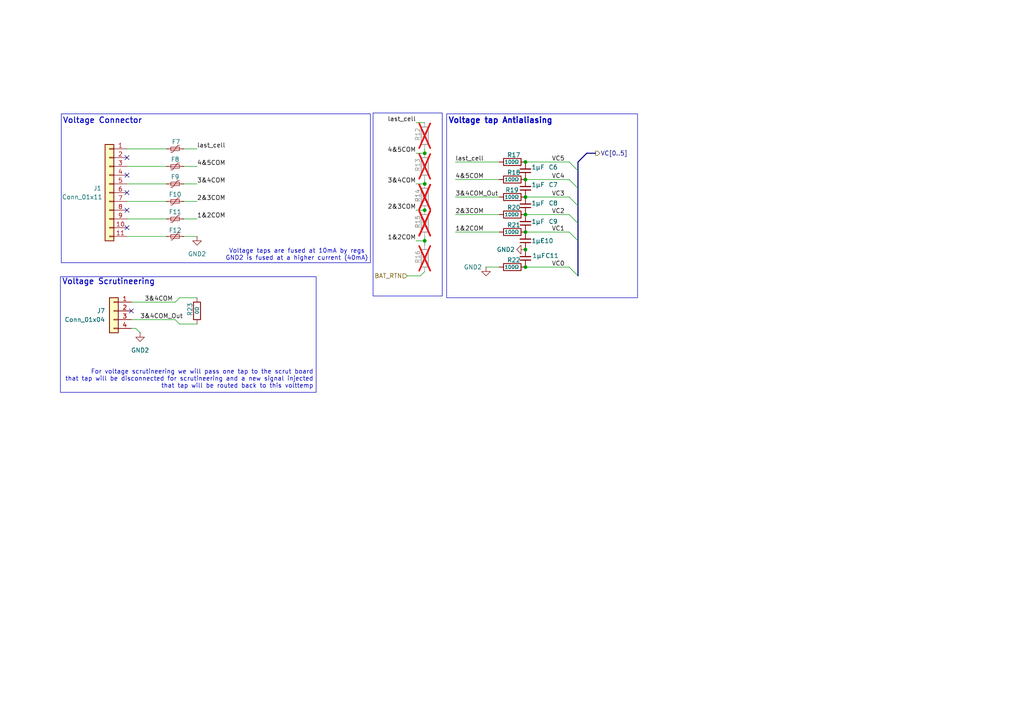
<source format=kicad_sch>
(kicad_sch (version 20250114) (generator "eeschema") (generator_version "9.0")
  (paper "A4")
  (lib_symbols
    (symbol "Connector_Generic:Conn_01x04" (pin_names (offset 1.016) (hide yes))
      (property "Reference" "J" (at 0 5.08 0))
      (property "Value" "Conn_01x04" (at 0 -7.62 0))
      (symbol "Conn_01x04_1_1"
        (rectangle (start -1.27 3.81) (end 1.27 -6.35) (stroke (width 0.254)) (fill (type background)))
        (rectangle (start -1.27 2.667) (end 0 2.413) (stroke (width 0.1524)))
        (rectangle (start -1.27 0.127) (end 0 -0.127) (stroke (width 0.1524)))
        (rectangle (start -1.27 -2.413) (end 0 -2.667) (stroke (width 0.1524)))
        (rectangle (start -1.27 -4.953) (end 0 -5.207) (stroke (width 0.1524)))
        (pin passive line (at -5.08 2.54 0) (length 3.81) (name "Pin_1") (number "1"))
        (pin passive line (at -5.08 0 0) (length 3.81) (name "Pin_2") (number "2"))
        (pin passive line (at -5.08 -2.54 0) (length 3.81) (name "Pin_3") (number "3"))
        (pin passive line (at -5.08 -5.08 0) (length 3.81) (name "Pin_4") (number "4"))
      )
    )
    (symbol "Connector_Generic:Conn_01x11" (pin_names (offset 1.016) (hide yes))
      (property "Reference" "J" (at 0 15.24 0))
      (property "Value" "Conn_01x11" (at 0 -15.24 0))
      (symbol "Conn_01x11_1_1"
        (rectangle (start -1.27 13.97) (end 1.27 -13.97) (stroke (width 0.254)) (fill (type background)))
        (rectangle (start -1.27 12.827) (end 0 12.573) (stroke (width 0.1524)))
        (rectangle (start -1.27 10.287) (end 0 10.033) (stroke (width 0.1524)))
        (rectangle (start -1.27 7.747) (end 0 7.493) (stroke (width 0.1524)))
        (rectangle (start -1.27 5.207) (end 0 4.953) (stroke (width 0.1524)))
        (rectangle (start -1.27 2.667) (end 0 2.413) (stroke (width 0.1524)))
        (rectangle (start -1.27 0.127) (end 0 -0.127) (stroke (width 0.1524)))
        (rectangle (start -1.27 -2.413) (end 0 -2.667) (stroke (width 0.1524)))
        (rectangle (start -1.27 -4.953) (end 0 -5.207) (stroke (width 0.1524)))
        (rectangle (start -1.27 -7.493) (end 0 -7.747) (stroke (width 0.1524)))
        (rectangle (start -1.27 -10.033) (end 0 -10.287) (stroke (width 0.1524)))
        (rectangle (start -1.27 -12.573) (end 0 -12.827) (stroke (width 0.1524)))
        (pin passive line (at -5.08 12.7 0) (length 3.81) (name "Pin_1") (number "1"))
        (pin passive line (at -5.08 10.16 0) (length 3.81) (name "Pin_2") (number "2"))
        (pin passive line (at -5.08 7.62 0) (length 3.81) (name "Pin_3") (number "3"))
        (pin passive line (at -5.08 5.08 0) (length 3.81) (name "Pin_4") (number "4"))
        (pin passive line (at -5.08 2.54 0) (length 3.81) (name "Pin_5") (number "5"))
        (pin passive line (at -5.08 0 0) (length 3.81) (name "Pin_6") (number "6"))
        (pin passive line (at -5.08 -2.54 0) (length 3.81) (name "Pin_7") (number "7"))
        (pin passive line (at -5.08 -5.08 0) (length 3.81) (name "Pin_8") (number "8"))
        (pin passive line (at -5.08 -7.62 0) (length 3.81) (name "Pin_9") (number "9"))
        (pin passive line (at -5.08 -10.16 0) (length 3.81) (name "Pin_10") (number "10"))
        (pin passive line (at -5.08 -12.7 0) (length 3.81) (name "Pin_11") (number "11"))
      )
    )
    (symbol "Device:C_Small" (pin_numbers (hide yes)) (pin_names (offset 0.254) (hide yes))
      (property "Reference" "C" (at 0.254 1.778 0))
      (property "Value" "C_Small" (at 0.254 -2.032 0))
      (symbol "C_Small_0_1"
        (polyline (pts (xy -1.524 0.508) (xy 1.524 0.508)) (stroke (width 0.3048)))
        (polyline (pts (xy -1.524 -0.508) (xy 1.524 -0.508)) (stroke (width 0.3302)))
      )
      (symbol "C_Small_1_1"
        (pin passive line (at 0 2.54 270) (length 2.032) (name "~") (number "1"))
        (pin passive line (at 0 -2.54 90) (length 2.032) (name "~") (number "2"))
      )
    )
    (symbol "Device:Polyfuse_Small" (pin_numbers (hide yes)) (pin_names (offset 0))
      (property "Reference" "F" (at -1.905 0 90))
      (property "Value" "Polyfuse_Small" (at 1.905 0 90))
      (symbol "Polyfuse_Small_0_1"
        (polyline (pts (xy -1.016 1.27) (xy -1.016 0.762) (xy 1.016 -0.762) (xy 1.016 -1.27)))
        (rectangle (start -0.508 1.27) (end 0.508 -1.27))
        (polyline (pts (xy 0 2.54) (xy 0 -2.54)))
      )
      (symbol "Polyfuse_Small_1_1"
        (pin passive line (at 0 2.54 270) (length 0.635) (name "~") (number "1"))
        (pin passive line (at 0 -2.54 90) (length 0.635) (name "~") (number "2"))
      )
    )
    (symbol "Device:R" (pin_numbers (hide yes)) (pin_names (offset 0))
      (property "Reference" "R" (at 2.032 0 90))
      (property "Value" "R" (at 0 0 90))
      (symbol "R_0_1"
        (rectangle (start -1.016 -2.54) (end 1.016 2.54) (stroke (width 0.254)))
      )
      (symbol "R_1_1"
        (pin passive line (at 0 3.81 270) (length 1.27) (name "~") (number "1"))
        (pin passive line (at 0 -3.81 90) (length 1.27) (name "~") (number "2"))
      )
    )
    (symbol "power:GND2" (power) (pin_numbers (hide yes)) (pin_names (offset 0) (hide yes))
      (property "Value" "GND2" (at 0 -3.81 0))
      (symbol "GND2_0_1"
        (polyline (pts (xy 0 0) (xy 0 -1.27) (xy 1.27 -1.27) (xy 0 -2.54) (xy -1.27 -1.27) (xy 0 -1.27)))
      )
      (symbol "GND2_1_1"
        (pin power_in line (at 0 0 270) (length 0) (name "~") (number "1"))
      )
    )
  )
  (rectangle (start 17.526 80.264) (end 91.694 113.792))
  (rectangle (start 17.78 33.02) (end 107.442 76.2))
  (rectangle (start 108.204 32.766) (end 128.27 85.852))
  (rectangle (start 129.54 33.02) (end 184.912 86.36))
  (text "Voltage Connector" (at 29.718 35.052 0) (effects (font (size 1.651 1.651) (thickness 0.254) (bold yes))))
  (text "Voltage tap Antialiasing " (at 145.796 35.052 0) (effects (font (size 1.651 1.651) (thickness 0.3302) (bold yes))))
  (text "For voltage scrutineering we will pass one tap to the scrut board\nthat tap will be disconnected for scrutineering and a new signal injected\nthat tap will be routed back to this volttemp" (at 90.932 109.982 0) (effects (font (size 1.27 1.27)) (justify right)))
  (text "Voltage taps are fused at 10mA by regs\nGND2 is fused at a higher current (40mA)" (at 86.106 73.914 0) (effects (font (size 1.27 1.27))))
  (text "Voltage Scrutineering" (at 31.496 81.788 0) (effects (font (size 1.651 1.651) (thickness 0.254) (bold yes))))
  (junction (at 152.4 72.39))
  (junction (at 152.4 62.23))
  (junction (at 123.19 44.45))
  (junction (at 152.4 52.07))
  (junction (at 123.19 69.85))
  (junction (at 152.4 77.47))
  (junction (at 123.19 60.96))
  (junction (at 123.19 53.34))
  (junction (at 152.4 67.31))
  (junction (at 152.4 57.15))
  (junction (at 152.4 46.99))
  (no_connect (at 36.83 55.88))
  (no_connect (at 38.1 90.17))
  (no_connect (at 36.83 50.8))
  (no_connect (at 36.83 66.04))
  (no_connect (at 36.83 60.96))
  (no_connect (at 36.83 45.72))
  (bus_entry (at 165.1 57.15) (size 2.54 2.54))
  (bus_entry (at 165.1 52.07) (size 2.54 2.54))
  (bus_entry (at 165.1 77.47) (size 2.54 2.54))
  (bus_entry (at 165.1 46.99) (size 2.54 2.54))
  (bus_entry (at 165.1 67.31) (size 2.54 2.54))
  (bus_entry (at 165.1 62.23) (size 2.54 2.54))
  (wire (pts (xy 152.4 62.23) (xy 165.1 62.23)))
  (wire (pts (xy 120.65 35.56) (xy 123.19 35.56)))
  (bus (pts (xy 167.64 80.01) (xy 167.64 69.85)))
  (wire (pts (xy 132.08 67.31) (xy 144.78 67.31)))
  (wire (pts (xy 120.65 69.85) (xy 123.19 69.85)))
  (wire (pts (xy 120.65 53.34) (xy 123.19 53.34)))
  (wire (pts (xy 38.1 92.71) (xy 50.8 92.71)))
  (wire (pts (xy 57.15 53.34) (xy 53.34 53.34)))
  (wire (pts (xy 57.15 86.36) (xy 52.07 86.36)))
  (wire (pts (xy 57.15 48.26) (xy 53.34 48.26)))
  (wire (pts (xy 36.83 43.18) (xy 48.26 43.18)))
  (bus (pts (xy 167.64 59.69) (xy 167.64 54.61)))
  (wire (pts (xy 52.07 86.36) (xy 50.8 87.63)))
  (wire (pts (xy 57.15 58.42) (xy 53.34 58.42)))
  (wire (pts (xy 36.83 53.34) (xy 48.26 53.34)))
  (wire (pts (xy 118.11 80.01) (xy 121.92 80.01)))
  (wire (pts (xy 123.19 52.07) (xy 123.19 53.34)))
  (wire (pts (xy 152.4 57.15) (xy 165.1 57.15)))
  (bus (pts (xy 167.64 54.61) (xy 167.64 49.53)))
  (wire (pts (xy 140.97 77.47) (xy 144.78 77.47)))
  (bus (pts (xy 167.64 69.85) (xy 167.64 64.77)))
  (wire (pts (xy 123.19 78.74) (xy 121.92 80.01)))
  (wire (pts (xy 57.15 68.58) (xy 53.34 68.58)))
  (wire (pts (xy 38.1 87.63) (xy 50.8 87.63)))
  (wire (pts (xy 132.08 46.99) (xy 144.78 46.99)))
  (wire (pts (xy 57.15 63.5) (xy 53.34 63.5)))
  (wire (pts (xy 52.07 93.98) (xy 50.8 92.71)))
  (wire (pts (xy 123.19 71.12) (xy 123.19 69.85)))
  (wire (pts (xy 152.4 46.99) (xy 165.1 46.99)))
  (wire (pts (xy 38.1 95.25) (xy 39.37 95.25)))
  (wire (pts (xy 152.4 52.07) (xy 165.1 52.07)))
  (wire (pts (xy 57.15 93.98) (xy 52.07 93.98)))
  (wire (pts (xy 152.4 67.31) (xy 165.1 67.31)))
  (wire (pts (xy 36.83 58.42) (xy 48.26 58.42)))
  (wire (pts (xy 36.83 63.5) (xy 48.26 63.5)))
  (wire (pts (xy 123.19 69.85) (xy 123.19 68.58)))
  (wire (pts (xy 132.08 52.07) (xy 144.78 52.07)))
  (bus (pts (xy 170.18 44.45) (xy 172.72 44.45)))
  (wire (pts (xy 57.15 43.18) (xy 53.34 43.18)))
  (wire (pts (xy 120.65 60.96) (xy 123.19 60.96)))
  (wire (pts (xy 123.19 43.18) (xy 123.19 44.45)))
  (bus (pts (xy 167.64 49.53) (xy 167.64 46.99)))
  (bus (pts (xy 167.64 64.77) (xy 167.64 59.69)))
  (wire (pts (xy 152.4 77.47) (xy 165.1 77.47)))
  (wire (pts (xy 132.08 57.15) (xy 144.78 57.15)))
  (wire (pts (xy 40.64 96.52) (xy 39.37 95.25)))
  (bus (pts (xy 167.64 46.99) (xy 170.18 44.45)))
  (wire (pts (xy 36.83 68.58) (xy 48.26 68.58)))
  (wire (pts (xy 36.83 48.26) (xy 48.26 48.26)))
  (wire (pts (xy 120.65 44.45) (xy 123.19 44.45)))
  (wire (pts (xy 132.08 62.23) (xy 144.78 62.23)))
  (label "1&2COM" (at 120.65 69.85 180))
  (label "VC2" (at 160.02 62.23 0))
  (label "4&5COM" (at 120.65 44.45 180))
  (label "last_cell" (at 57.15 43.18 0))
  (label "last_cell" (at 120.65 35.56 180))
  (label "1&2COM" (at 132.08 67.31 0))
  (label "2&3COM" (at 120.65 60.96 180))
  (label "VC0" (at 160.02 77.47 0))
  (label "last_cell" (at 132.08 46.99 0))
  (label "VC5" (at 160.02 46.99 0))
  (label "3&4COM_Out" (at 132.08 57.15 0))
  (label "3&4COM_Out" (at 40.64 92.71 0))
  (label "VC1" (at 160.02 67.31 0))
  (label "3&4COM" (at 120.65 53.34 180))
  (label "VC3" (at 160.02 57.15 0))
  (label "2&3COM" (at 57.15 58.42 0))
  (label "1&2COM" (at 57.15 63.5 0))
  (label "3&4COM" (at 41.91 87.63 0))
  (label "2&3COM" (at 132.08 62.23 0))
  (label "3&4COM" (at 57.15 53.34 0))
  (label "4&5COM" (at 132.08 52.07 0))
  (label "VC4" (at 160.02 52.07 0))
  (label "4&5COM" (at 57.15 48.26 0))
  (hierarchical_label "BAT_RTN" (shape input) (at 118.11 80.01 180))
  (hierarchical_label "VC[0..5]" (shape output) (at 172.72 44.45 0))
  (symbol (lib_id "power:GND2") (at 140.97 77.47 0) (unit 1)
    (property "Reference" "#PWR027" (effects (hide yes)))
    (property "Value" "GND2" (at 137.16 77.47 0))
    (property "Description" "Power symbol creates a global label with name \"GND2\" , ground" (effects (hide yes)))
  )
  (symbol (lib_id "Device:R") (at 123.19 39.37 0) (unit 1) (dnp yes)
    (property "Reference" "R12" (at 121.158 40.894 90) (effects (justify left)))
    (property "Value" "0Ω" (at 123.19 40.386 90) (effects (font (size 1.016 1.016)) (justify left)))
    (property "Footprint" "Resistor_SMD:R_0805_2012Metric" (effects (hide yes)))
    (property "Datasheet" "https://www.mouser.com/ProductDetail/71-CRCW08050000Z0ECC" (effects (hide yes)))
    (property "Description" "Resistor" (effects (hide yes)))
    (property "P/N" "SMD_0805" (effects (hide yes)))
  )
  (symbol (lib_id "Device:C_Small") (at 152.4 74.93 180) (unit 1)
    (property "Reference" "C11" (at 162.052 74.168 0) (effects (justify left)))
    (property "Value" "1μF" (at 158.242 74.168 0) (effects (justify left)))
    (property "Footprint" "Capacitor_SMD:C_0805_2012Metric" (effects (hide yes)))
    (property "Datasheet" "https://www.mouser.com/ProductDetail/KEMET/C0805C105K5PACTU?qs=mYAa4mSiDJyTAfAbrHf%2FRg%3D%3D" (effects (hide yes)))
    (property "Description" "Unpolarized capacitor, small symbol" (effects (hide yes)))
    (property "P/N" "C0805C105K5PACTU" (effects (hide yes)))
  )
  (symbol (lib_id "power:GND2") (at 57.15 68.58 0) (unit 1)
    (property "Reference" "#PWR08" (effects (hide yes)))
    (property "Value" "GND2" (at 57.15 73.66 0))
    (property "Description" "Power symbol creates a global label with name \"GND2\" , ground" (effects (hide yes)))
  )
  (symbol (lib_id "Device:C_Small") (at 152.4 69.85 180) (unit 1)
    (property "Reference" "C10" (at 160.528 69.85 0) (effects (justify left)))
    (property "Value" "1μF" (at 157.988 69.85 0) (effects (justify left)))
    (property "Footprint" "Capacitor_SMD:C_0805_2012Metric" (effects (hide yes)))
    (property "Datasheet" "https://www.mouser.com/ProductDetail/KEMET/C0805C105K5PACTU?qs=mYAa4mSiDJyTAfAbrHf%2FRg%3D%3D" (effects (hide yes)))
    (property "Description" "Unpolarized capacitor, small symbol" (effects (hide yes)))
    (property "P/N" "C0805C105K5PACTU" (effects (hide yes)))
  )
  (symbol (lib_id "Device:R") (at 123.19 74.93 0) (unit 1) (dnp yes)
    (property "Reference" "R16" (at 121.158 76.454 90) (effects (justify left)))
    (property "Value" "0Ω" (at 123.19 76.2 90) (effects (font (size 1.016 1.016)) (justify left)))
    (property "Footprint" "Resistor_SMD:R_0805_2012Metric" (effects (hide yes)))
    (property "Datasheet" "https://www.mouser.com/ProductDetail/71-CRCW08050000Z0ECC" (effects (hide yes)))
    (property "Description" "Resistor" (effects (hide yes)))
    (property "P/N" "SMD_0805" (effects (hide yes)))
  )
  (symbol (lib_id "Device:R") (at 148.59 62.23 270) (unit 1)
    (property "Reference" "R20" (at 147.066 60.198 90) (effects (justify left)))
    (property "Value" "100Ω" (at 146.304 62.23 90) (effects (font (size 1.016 1.016)) (justify left)))
    (property "Footprint" "Resistor_SMD:R_0805_2012Metric" (effects (hide yes)))
    (property "Datasheet" "https://www.vishay.com/docs/28952/mcs0402at-mct0603at-mcu0805at-mca1206at.pdf" (effects (hide yes)))
    (property "Description" "Resistor" (effects (hide yes)))
    (property "P/N" "594-MCU0805MD1000BP1" (effects (hide yes)))
  )
  (symbol (lib_id "Device:C_Small") (at 152.4 49.53 180) (unit 1)
    (property "Reference" "C6" (at 161.798 48.514 0) (effects (justify left)))
    (property "Value" "1μF" (at 157.988 48.514 0) (effects (justify left)))
    (property "Footprint" "Capacitor_SMD:C_0805_2012Metric" (effects (hide yes)))
    (property "Datasheet" "https://www.mouser.com/ProductDetail/KEMET/C0805C105K5PACTU?qs=mYAa4mSiDJyTAfAbrHf%2FRg%3D%3D" (effects (hide yes)))
    (property "Description" "Unpolarized capacitor, small symbol" (effects (hide yes)))
    (property "P/N" "C0805C105K5PACTU" (effects (hide yes)))
  )
  (symbol (lib_id "Device:R") (at 148.59 57.15 270) (unit 1)
    (property "Reference" "R19" (at 146.558 55.118 90) (effects (justify left)))
    (property "Value" "100Ω" (at 146.304 57.15 90) (effects (font (size 1.016 1.016)) (justify left)))
    (property "Footprint" "Resistor_SMD:R_0805_2012Metric" (effects (hide yes)))
    (property "Datasheet" "https://www.vishay.com/docs/28952/mcs0402at-mct0603at-mcu0805at-mca1206at.pdf" (effects (hide yes)))
    (property "Description" "Resistor" (effects (hide yes)))
    (property "P/N" "594-MCU0805MD1000BP1" (effects (hide yes)))
  )
  (symbol (lib_id "Device:Polyfuse_Small") (at 50.8 48.26 90) (unit 1)
    (property "Reference" "F8" (at 50.8 46.228 90))
    (property "Value" "10mA" (effects (hide yes)))
    (property "Footprint" "UTSVT_Special:ptc_fuse_FUSC1607X75N" (effects (hide yes)))
    (property "Description" "Resettable fuse, polymeric positive temperature coefficient, small symbol" (effects (hide yes)))
    (property "P/N" "FUSC1607X75N" (effects (hide yes)))
  )
  (symbol (lib_id "Device:Polyfuse_Small") (at 50.8 63.5 90) (unit 1)
    (property "Reference" "F11" (at 50.8 61.468 90))
    (property "Value" "10mA" (effects (hide yes)))
    (property "Footprint" "UTSVT_Special:ptc_fuse_FUSC1607X75N" (effects (hide yes)))
    (property "Description" "Resettable fuse, polymeric positive temperature coefficient, small symbol" (effects (hide yes)))
    (property "P/N" "FUSC1607X75N" (effects (hide yes)))
  )
  (symbol (lib_id "power:GND2") (at 152.4 72.39 270) (unit 1)
    (property "Reference" "#PWR028" (effects (hide yes)))
    (property "Value" "GND2" (at 149.352 72.39 90) (effects (justify right)))
    (property "Description" "Power symbol creates a global label with name \"GND2\" , ground" (effects (hide yes)))
  )
  (symbol (lib_id "Device:R") (at 148.59 52.07 270) (unit 1)
    (property "Reference" "R18" (at 147.066 50.038 90) (effects (justify left)))
    (property "Value" "100Ω" (at 146.304 52.07 90) (effects (font (size 1.016 1.016)) (justify left)))
    (property "Footprint" "Resistor_SMD:R_0805_2012Metric" (effects (hide yes)))
    (property "Datasheet" "https://www.vishay.com/docs/28952/mcs0402at-mct0603at-mcu0805at-mca1206at.pdf" (effects (hide yes)))
    (property "Description" "Resistor" (effects (hide yes)))
    (property "P/N" "594-MCU0805MD1000BP1" (effects (hide yes)))
  )
  (symbol (lib_id "Device:Polyfuse_Small") (at 50.8 58.42 90) (unit 1)
    (property "Reference" "F10" (at 50.8 56.388 90))
    (property "Value" "10mA" (effects (hide yes)))
    (property "Footprint" "UTSVT_Special:ptc_fuse_FUSC1607X75N" (effects (hide yes)))
    (property "Description" "Resettable fuse, polymeric positive temperature coefficient, small symbol" (effects (hide yes)))
    (property "P/N" "FUSC1607X75N" (effects (hide yes)))
  )
  (symbol (lib_id "Device:Polyfuse_Small") (at 50.8 43.18 90) (unit 1)
    (property "Reference" "F7" (at 51.054 41.148 90))
    (property "Value" "10mA" (effects (hide yes)))
    (property "Footprint" "UTSVT_Special:ptc_fuse_FUSC1607X75N" (effects (hide yes)))
    (property "Description" "Resettable fuse, polymeric positive temperature coefficient, small symbol" (effects (hide yes)))
    (property "P/N" "FUSC1607X75N" (effects (hide yes)))
  )
  (symbol (lib_id "Device:R") (at 148.59 67.31 270) (unit 1)
    (property "Reference" "R21" (at 147.066 65.278 90) (effects (justify left)))
    (property "Value" "100Ω" (at 146.304 67.31 90) (effects (font (size 1.016 1.016)) (justify left)))
    (property "Footprint" "Resistor_SMD:R_0805_2012Metric" (effects (hide yes)))
    (property "Datasheet" "https://www.vishay.com/docs/28952/mcs0402at-mct0603at-mcu0805at-mca1206at.pdf" (effects (hide yes)))
    (property "Description" "Resistor" (effects (hide yes)))
    (property "P/N" "594-MCU0805MD1000BP1" (effects (hide yes)))
  )
  (symbol (lib_id "Connector_Generic:Conn_01x11") (at 31.75 55.88 0) (mirror y) (unit 1)
    (property "Reference" "J1" (at 29.464 54.61 0) (effects (justify left)))
    (property "Value" "Conn_01x11" (at 29.718 57.15 0) (effects (justify left)))
    (property "Description" "Generic connector, single row, 01x11, script generated (kicad-library-utils/schlib/autogen/connector/)" (effects (hide yes)))
  )
  (symbol (lib_id "power:GND2") (at 40.64 96.52 0) (unit 1)
    (property "Reference" "#PWR022" (effects (hide yes)))
    (property "Value" "GND2" (at 40.64 101.6 0))
    (property "Description" "Power symbol creates a global label with name \"GND2\" , ground" (effects (hide yes)))
  )
  (symbol (lib_id "Device:C_Small") (at 152.4 54.61 180) (unit 1)
    (property "Reference" "C7" (at 161.798 53.594 0) (effects (justify left)))
    (property "Value" "1μF" (at 157.988 53.594 0) (effects (justify left)))
    (property "Footprint" "Capacitor_SMD:C_0805_2012Metric" (effects (hide yes)))
    (property "Datasheet" "https://www.mouser.com/ProductDetail/KEMET/C0805C105K5PACTU?qs=mYAa4mSiDJyTAfAbrHf%2FRg%3D%3D" (effects (hide yes)))
    (property "Description" "Unpolarized capacitor, small symbol" (effects (hide yes)))
    (property "P/N" "C0805C105K5PACTU" (effects (hide yes)))
  )
  (symbol (lib_id "Device:Polyfuse_Small") (at 50.8 68.58 90) (unit 1)
    (property "Reference" "F12" (at 50.8 66.802 90))
    (property "Value" "40mA" (effects (hide yes)))
    (property "Footprint" "UTSVT_Special:ptc_fuse_FUSC1607X75N" (effects (hide yes)))
    (property "Description" "Resettable fuse, polymeric positive temperature coefficient, small symbol" (effects (hide yes)))
    (property "P/N" "FUSC1607X75N" (effects (hide yes)))
  )
  (symbol (lib_id "Device:R") (at 123.19 64.77 0) (unit 1) (dnp yes)
    (property "Reference" "R15" (at 121.158 66.294 90) (effects (justify left)))
    (property "Value" "0Ω" (at 123.19 66.04 90) (effects (font (size 1.016 1.016)) (justify left)))
    (property "Footprint" "Resistor_SMD:R_0805_2012Metric" (effects (hide yes)))
    (property "Datasheet" "https://www.mouser.com/ProductDetail/71-CRCW08050000Z0ECC" (effects (hide yes)))
    (property "Description" "Resistor" (effects (hide yes)))
    (property "P/N" "SMD_0805" (effects (hide yes)))
  )
  (symbol (lib_id "Device:R") (at 148.59 77.47 270) (unit 1)
    (property "Reference" "R22" (at 147.066 75.438 90) (effects (justify left)))
    (property "Value" "100Ω" (at 146.304 77.47 90) (effects (font (size 1.016 1.016)) (justify left)))
    (property "Footprint" "Resistor_SMD:R_0805_2012Metric" (effects (hide yes)))
    (property "Datasheet" "https://www.vishay.com/docs/28952/mcs0402at-mct0603at-mcu0805at-mca1206at.pdf" (effects (hide yes)))
    (property "Description" "Resistor" (effects (hide yes)))
    (property "P/N" "594-MCU0805MD1000BP1" (effects (hide yes)))
  )
  (symbol (lib_id "Device:R") (at 123.19 57.15 0) (unit 1) (dnp yes)
    (property "Reference" "R14" (at 121.158 58.674 90) (effects (justify left)))
    (property "Value" "0Ω" (at 123.19 58.42 90) (effects (font (size 1.016 1.016)) (justify left)))
    (property "Footprint" "Resistor_SMD:R_0805_2012Metric" (effects (hide yes)))
    (property "Datasheet" "https://www.mouser.com/ProductDetail/71-CRCW08050000Z0ECC" (effects (hide yes)))
    (property "Description" "Resistor" (effects (hide yes)))
    (property "P/N" "SMD_0805" (effects (hide yes)))
  )
  (symbol (lib_id "Device:R") (at 123.19 48.26 0) (unit 1) (dnp yes)
    (property "Reference" "R13" (at 121.158 49.784 90) (effects (justify left)))
    (property "Value" "0Ω" (at 123.19 49.53 90) (effects (font (size 1.016 1.016)) (justify left)))
    (property "Footprint" "Resistor_SMD:R_0805_2012Metric" (effects (hide yes)))
    (property "Datasheet" "https://www.mouser.com/ProductDetail/71-CRCW08050000Z0ECC" (effects (hide yes)))
    (property "Description" "Resistor" (effects (hide yes)))
    (property "P/N" "SMD_0805" (effects (hide yes)))
  )
  (symbol (lib_id "Device:C_Small") (at 152.4 59.69 180) (unit 1)
    (property "Reference" "C8" (at 161.798 58.928 0) (effects (justify left)))
    (property "Value" "1μF" (at 157.988 58.928 0) (effects (justify left)))
    (property "Footprint" "Capacitor_SMD:C_0805_2012Metric" (effects (hide yes)))
    (property "Datasheet" "https://www.mouser.com/ProductDetail/KEMET/C0805C105K5PACTU?qs=mYAa4mSiDJyTAfAbrHf%2FRg%3D%3D" (effects (hide yes)))
    (property "Description" "Unpolarized capacitor, small symbol" (effects (hide yes)))
    (property "P/N" "C0805C105K5PACTU" (effects (hide yes)))
  )
  (symbol (lib_id "Device:R") (at 57.15 90.17 0) (unit 1)
    (property "Reference" "R23" (at 55.118 91.694 90) (effects (justify left)))
    (property "Value" "0Ω" (at 57.15 91.186 90) (effects (font (size 1.016 1.016)) (justify left)))
    (property "Footprint" "Resistor_SMD:R_0805_2012Metric" (effects (hide yes)))
    (property "Datasheet" "https://www.mouser.com/ProductDetail/71-CRCW08050000Z0ECC" (effects (hide yes)))
    (property "Description" "Resistor" (effects (hide yes)))
    (property "P/N" "SMD_0805" (effects (hide yes)))
  )
  (symbol (lib_id "Device:C_Small") (at 152.4 64.77 180) (unit 1)
    (property "Reference" "C9" (at 161.798 64.262 0) (effects (justify left)))
    (property "Value" "1μF" (at 157.988 64.262 0) (effects (justify left)))
    (property "Footprint" "Capacitor_SMD:C_0805_2012Metric" (effects (hide yes)))
    (property "Datasheet" "https://www.mouser.com/ProductDetail/KEMET/C0805C105K5PACTU?qs=mYAa4mSiDJyTAfAbrHf%2FRg%3D%3D" (effects (hide yes)))
    (property "Description" "Unpolarized capacitor, small symbol" (effects (hide yes)))
    (property "P/N" "C0805C105K5PACTU" (effects (hide yes)))
  )
  (symbol (lib_id "Connector_Generic:Conn_01x04") (at 33.02 90.17 0) (mirror y) (unit 1)
    (property "Reference" "J7" (at 30.48 90.1699 0) (effects (justify left)))
    (property "Value" "Conn_01x04" (at 30.48 92.7099 0) (effects (justify left)))
    (property "Description" "Generic connector, single row, 01x04, script generated (kicad-library-utils/schlib/autogen/connector/)" (effects (hide yes)))
  )
  (symbol (lib_id "Device:Polyfuse_Small") (at 50.8 53.34 90) (unit 1)
    (property "Reference" "F9" (at 50.8 51.308 90))
    (property "Value" "10mA" (effects (hide yes)))
    (property "Footprint" "UTSVT_Special:ptc_fuse_FUSC1607X75N" (effects (hide yes)))
    (property "Description" "Resettable fuse, polymeric positive temperature coefficient, small symbol" (effects (hide yes)))
    (property "P/N" "FUSC1607X75N" (effects (hide yes)))
  )
  (symbol (lib_id "Device:R") (at 148.59 46.99 270) (unit 1)
    (property "Reference" "R17" (at 147.066 44.958 90) (effects (justify left)))
    (property "Value" "100Ω" (at 146.304 46.99 90) (effects (font (size 1.016 1.016)) (justify left)))
    (property "Footprint" "Resistor_SMD:R_0805_2012Metric" (effects (hide yes)))
    (property "Datasheet" "https://www.vishay.com/docs/28952/mcs0402at-mct0603at-mcu0805at-mca1206at.pdf" (effects (hide yes)))
    (property "Description" "Resistor" (effects (hide yes)))
    (property "P/N" "594-MCU0805MD1000BP1" (effects (hide yes)))
  )
)
</source>
